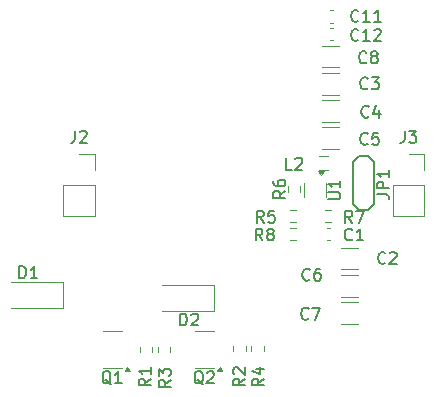
<source format=gbr>
%TF.GenerationSoftware,KiCad,Pcbnew,8.0.8*%
%TF.CreationDate,2025-03-23T22:06:23+01:00*%
%TF.ProjectId,raumtemp_relay,7261756d-7465-46d7-905f-72656c61792e,rev?*%
%TF.SameCoordinates,Original*%
%TF.FileFunction,Legend,Top*%
%TF.FilePolarity,Positive*%
%FSLAX46Y46*%
G04 Gerber Fmt 4.6, Leading zero omitted, Abs format (unit mm)*
G04 Created by KiCad (PCBNEW 8.0.8) date 2025-03-23 22:06:23*
%MOMM*%
%LPD*%
G01*
G04 APERTURE LIST*
%ADD10C,0.150000*%
%ADD11C,0.120000*%
G04 APERTURE END LIST*
D10*
X146179819Y-106146666D02*
X145703628Y-106479999D01*
X146179819Y-106718094D02*
X145179819Y-106718094D01*
X145179819Y-106718094D02*
X145179819Y-106337142D01*
X145179819Y-106337142D02*
X145227438Y-106241904D01*
X145227438Y-106241904D02*
X145275057Y-106194285D01*
X145275057Y-106194285D02*
X145370295Y-106146666D01*
X145370295Y-106146666D02*
X145513152Y-106146666D01*
X145513152Y-106146666D02*
X145608390Y-106194285D01*
X145608390Y-106194285D02*
X145656009Y-106241904D01*
X145656009Y-106241904D02*
X145703628Y-106337142D01*
X145703628Y-106337142D02*
X145703628Y-106718094D01*
X145513152Y-105289523D02*
X146179819Y-105289523D01*
X145132200Y-105527618D02*
X145846485Y-105765713D01*
X145846485Y-105765713D02*
X145846485Y-105146666D01*
X155779819Y-90513333D02*
X156494104Y-90513333D01*
X156494104Y-90513333D02*
X156636961Y-90560952D01*
X156636961Y-90560952D02*
X156732200Y-90656190D01*
X156732200Y-90656190D02*
X156779819Y-90799047D01*
X156779819Y-90799047D02*
X156779819Y-90894285D01*
X156779819Y-90037142D02*
X155779819Y-90037142D01*
X155779819Y-90037142D02*
X155779819Y-89656190D01*
X155779819Y-89656190D02*
X155827438Y-89560952D01*
X155827438Y-89560952D02*
X155875057Y-89513333D01*
X155875057Y-89513333D02*
X155970295Y-89465714D01*
X155970295Y-89465714D02*
X156113152Y-89465714D01*
X156113152Y-89465714D02*
X156208390Y-89513333D01*
X156208390Y-89513333D02*
X156256009Y-89560952D01*
X156256009Y-89560952D02*
X156303628Y-89656190D01*
X156303628Y-89656190D02*
X156303628Y-90037142D01*
X156779819Y-88513333D02*
X156779819Y-89084761D01*
X156779819Y-88799047D02*
X155779819Y-88799047D01*
X155779819Y-88799047D02*
X155922676Y-88894285D01*
X155922676Y-88894285D02*
X156017914Y-88989523D01*
X156017914Y-88989523D02*
X156065533Y-89084761D01*
X154958333Y-81539580D02*
X154910714Y-81587200D01*
X154910714Y-81587200D02*
X154767857Y-81634819D01*
X154767857Y-81634819D02*
X154672619Y-81634819D01*
X154672619Y-81634819D02*
X154529762Y-81587200D01*
X154529762Y-81587200D02*
X154434524Y-81491961D01*
X154434524Y-81491961D02*
X154386905Y-81396723D01*
X154386905Y-81396723D02*
X154339286Y-81206247D01*
X154339286Y-81206247D02*
X154339286Y-81063390D01*
X154339286Y-81063390D02*
X154386905Y-80872914D01*
X154386905Y-80872914D02*
X154434524Y-80777676D01*
X154434524Y-80777676D02*
X154529762Y-80682438D01*
X154529762Y-80682438D02*
X154672619Y-80634819D01*
X154672619Y-80634819D02*
X154767857Y-80634819D01*
X154767857Y-80634819D02*
X154910714Y-80682438D01*
X154910714Y-80682438D02*
X154958333Y-80730057D01*
X155291667Y-80634819D02*
X155910714Y-80634819D01*
X155910714Y-80634819D02*
X155577381Y-81015771D01*
X155577381Y-81015771D02*
X155720238Y-81015771D01*
X155720238Y-81015771D02*
X155815476Y-81063390D01*
X155815476Y-81063390D02*
X155863095Y-81111009D01*
X155863095Y-81111009D02*
X155910714Y-81206247D01*
X155910714Y-81206247D02*
X155910714Y-81444342D01*
X155910714Y-81444342D02*
X155863095Y-81539580D01*
X155863095Y-81539580D02*
X155815476Y-81587200D01*
X155815476Y-81587200D02*
X155720238Y-81634819D01*
X155720238Y-81634819D02*
X155434524Y-81634819D01*
X155434524Y-81634819D02*
X155339286Y-81587200D01*
X155339286Y-81587200D02*
X155291667Y-81539580D01*
X141029761Y-106630057D02*
X140934523Y-106582438D01*
X140934523Y-106582438D02*
X140839285Y-106487200D01*
X140839285Y-106487200D02*
X140696428Y-106344342D01*
X140696428Y-106344342D02*
X140601190Y-106296723D01*
X140601190Y-106296723D02*
X140505952Y-106296723D01*
X140553571Y-106534819D02*
X140458333Y-106487200D01*
X140458333Y-106487200D02*
X140363095Y-106391961D01*
X140363095Y-106391961D02*
X140315476Y-106201485D01*
X140315476Y-106201485D02*
X140315476Y-105868152D01*
X140315476Y-105868152D02*
X140363095Y-105677676D01*
X140363095Y-105677676D02*
X140458333Y-105582438D01*
X140458333Y-105582438D02*
X140553571Y-105534819D01*
X140553571Y-105534819D02*
X140744047Y-105534819D01*
X140744047Y-105534819D02*
X140839285Y-105582438D01*
X140839285Y-105582438D02*
X140934523Y-105677676D01*
X140934523Y-105677676D02*
X140982142Y-105868152D01*
X140982142Y-105868152D02*
X140982142Y-106201485D01*
X140982142Y-106201485D02*
X140934523Y-106391961D01*
X140934523Y-106391961D02*
X140839285Y-106487200D01*
X140839285Y-106487200D02*
X140744047Y-106534819D01*
X140744047Y-106534819D02*
X140553571Y-106534819D01*
X141363095Y-105630057D02*
X141410714Y-105582438D01*
X141410714Y-105582438D02*
X141505952Y-105534819D01*
X141505952Y-105534819D02*
X141744047Y-105534819D01*
X141744047Y-105534819D02*
X141839285Y-105582438D01*
X141839285Y-105582438D02*
X141886904Y-105630057D01*
X141886904Y-105630057D02*
X141934523Y-105725295D01*
X141934523Y-105725295D02*
X141934523Y-105820533D01*
X141934523Y-105820533D02*
X141886904Y-105963390D01*
X141886904Y-105963390D02*
X141315476Y-106534819D01*
X141315476Y-106534819D02*
X141934523Y-106534819D01*
X156458333Y-96339580D02*
X156410714Y-96387200D01*
X156410714Y-96387200D02*
X156267857Y-96434819D01*
X156267857Y-96434819D02*
X156172619Y-96434819D01*
X156172619Y-96434819D02*
X156029762Y-96387200D01*
X156029762Y-96387200D02*
X155934524Y-96291961D01*
X155934524Y-96291961D02*
X155886905Y-96196723D01*
X155886905Y-96196723D02*
X155839286Y-96006247D01*
X155839286Y-96006247D02*
X155839286Y-95863390D01*
X155839286Y-95863390D02*
X155886905Y-95672914D01*
X155886905Y-95672914D02*
X155934524Y-95577676D01*
X155934524Y-95577676D02*
X156029762Y-95482438D01*
X156029762Y-95482438D02*
X156172619Y-95434819D01*
X156172619Y-95434819D02*
X156267857Y-95434819D01*
X156267857Y-95434819D02*
X156410714Y-95482438D01*
X156410714Y-95482438D02*
X156458333Y-95530057D01*
X156839286Y-95530057D02*
X156886905Y-95482438D01*
X156886905Y-95482438D02*
X156982143Y-95434819D01*
X156982143Y-95434819D02*
X157220238Y-95434819D01*
X157220238Y-95434819D02*
X157315476Y-95482438D01*
X157315476Y-95482438D02*
X157363095Y-95530057D01*
X157363095Y-95530057D02*
X157410714Y-95625295D01*
X157410714Y-95625295D02*
X157410714Y-95720533D01*
X157410714Y-95720533D02*
X157363095Y-95863390D01*
X157363095Y-95863390D02*
X156791667Y-96434819D01*
X156791667Y-96434819D02*
X157410714Y-96434819D01*
X151629819Y-90941904D02*
X152439342Y-90941904D01*
X152439342Y-90941904D02*
X152534580Y-90894285D01*
X152534580Y-90894285D02*
X152582200Y-90846666D01*
X152582200Y-90846666D02*
X152629819Y-90751428D01*
X152629819Y-90751428D02*
X152629819Y-90560952D01*
X152629819Y-90560952D02*
X152582200Y-90465714D01*
X152582200Y-90465714D02*
X152534580Y-90418095D01*
X152534580Y-90418095D02*
X152439342Y-90370476D01*
X152439342Y-90370476D02*
X151629819Y-90370476D01*
X152629819Y-89370476D02*
X152629819Y-89941904D01*
X152629819Y-89656190D02*
X151629819Y-89656190D01*
X151629819Y-89656190D02*
X151772676Y-89751428D01*
X151772676Y-89751428D02*
X151867914Y-89846666D01*
X151867914Y-89846666D02*
X151915533Y-89941904D01*
X153658333Y-94339580D02*
X153610714Y-94387200D01*
X153610714Y-94387200D02*
X153467857Y-94434819D01*
X153467857Y-94434819D02*
X153372619Y-94434819D01*
X153372619Y-94434819D02*
X153229762Y-94387200D01*
X153229762Y-94387200D02*
X153134524Y-94291961D01*
X153134524Y-94291961D02*
X153086905Y-94196723D01*
X153086905Y-94196723D02*
X153039286Y-94006247D01*
X153039286Y-94006247D02*
X153039286Y-93863390D01*
X153039286Y-93863390D02*
X153086905Y-93672914D01*
X153086905Y-93672914D02*
X153134524Y-93577676D01*
X153134524Y-93577676D02*
X153229762Y-93482438D01*
X153229762Y-93482438D02*
X153372619Y-93434819D01*
X153372619Y-93434819D02*
X153467857Y-93434819D01*
X153467857Y-93434819D02*
X153610714Y-93482438D01*
X153610714Y-93482438D02*
X153658333Y-93530057D01*
X154610714Y-94434819D02*
X154039286Y-94434819D01*
X154325000Y-94434819D02*
X154325000Y-93434819D01*
X154325000Y-93434819D02*
X154229762Y-93577676D01*
X154229762Y-93577676D02*
X154134524Y-93672914D01*
X154134524Y-93672914D02*
X154039286Y-93720533D01*
X148558333Y-88434819D02*
X148082143Y-88434819D01*
X148082143Y-88434819D02*
X148082143Y-87434819D01*
X148844048Y-87530057D02*
X148891667Y-87482438D01*
X148891667Y-87482438D02*
X148986905Y-87434819D01*
X148986905Y-87434819D02*
X149225000Y-87434819D01*
X149225000Y-87434819D02*
X149320238Y-87482438D01*
X149320238Y-87482438D02*
X149367857Y-87530057D01*
X149367857Y-87530057D02*
X149415476Y-87625295D01*
X149415476Y-87625295D02*
X149415476Y-87720533D01*
X149415476Y-87720533D02*
X149367857Y-87863390D01*
X149367857Y-87863390D02*
X148796429Y-88434819D01*
X148796429Y-88434819D02*
X149415476Y-88434819D01*
X144579819Y-106146666D02*
X144103628Y-106479999D01*
X144579819Y-106718094D02*
X143579819Y-106718094D01*
X143579819Y-106718094D02*
X143579819Y-106337142D01*
X143579819Y-106337142D02*
X143627438Y-106241904D01*
X143627438Y-106241904D02*
X143675057Y-106194285D01*
X143675057Y-106194285D02*
X143770295Y-106146666D01*
X143770295Y-106146666D02*
X143913152Y-106146666D01*
X143913152Y-106146666D02*
X144008390Y-106194285D01*
X144008390Y-106194285D02*
X144056009Y-106241904D01*
X144056009Y-106241904D02*
X144103628Y-106337142D01*
X144103628Y-106337142D02*
X144103628Y-106718094D01*
X143675057Y-105765713D02*
X143627438Y-105718094D01*
X143627438Y-105718094D02*
X143579819Y-105622856D01*
X143579819Y-105622856D02*
X143579819Y-105384761D01*
X143579819Y-105384761D02*
X143627438Y-105289523D01*
X143627438Y-105289523D02*
X143675057Y-105241904D01*
X143675057Y-105241904D02*
X143770295Y-105194285D01*
X143770295Y-105194285D02*
X143865533Y-105194285D01*
X143865533Y-105194285D02*
X144008390Y-105241904D01*
X144008390Y-105241904D02*
X144579819Y-105813332D01*
X144579819Y-105813332D02*
X144579819Y-105194285D01*
X154182142Y-75839580D02*
X154134523Y-75887200D01*
X154134523Y-75887200D02*
X153991666Y-75934819D01*
X153991666Y-75934819D02*
X153896428Y-75934819D01*
X153896428Y-75934819D02*
X153753571Y-75887200D01*
X153753571Y-75887200D02*
X153658333Y-75791961D01*
X153658333Y-75791961D02*
X153610714Y-75696723D01*
X153610714Y-75696723D02*
X153563095Y-75506247D01*
X153563095Y-75506247D02*
X153563095Y-75363390D01*
X153563095Y-75363390D02*
X153610714Y-75172914D01*
X153610714Y-75172914D02*
X153658333Y-75077676D01*
X153658333Y-75077676D02*
X153753571Y-74982438D01*
X153753571Y-74982438D02*
X153896428Y-74934819D01*
X153896428Y-74934819D02*
X153991666Y-74934819D01*
X153991666Y-74934819D02*
X154134523Y-74982438D01*
X154134523Y-74982438D02*
X154182142Y-75030057D01*
X155134523Y-75934819D02*
X154563095Y-75934819D01*
X154848809Y-75934819D02*
X154848809Y-74934819D01*
X154848809Y-74934819D02*
X154753571Y-75077676D01*
X154753571Y-75077676D02*
X154658333Y-75172914D01*
X154658333Y-75172914D02*
X154563095Y-75220533D01*
X156086904Y-75934819D02*
X155515476Y-75934819D01*
X155801190Y-75934819D02*
X155801190Y-74934819D01*
X155801190Y-74934819D02*
X155705952Y-75077676D01*
X155705952Y-75077676D02*
X155610714Y-75172914D01*
X155610714Y-75172914D02*
X155515476Y-75220533D01*
X153658333Y-92934819D02*
X153325000Y-92458628D01*
X153086905Y-92934819D02*
X153086905Y-91934819D01*
X153086905Y-91934819D02*
X153467857Y-91934819D01*
X153467857Y-91934819D02*
X153563095Y-91982438D01*
X153563095Y-91982438D02*
X153610714Y-92030057D01*
X153610714Y-92030057D02*
X153658333Y-92125295D01*
X153658333Y-92125295D02*
X153658333Y-92268152D01*
X153658333Y-92268152D02*
X153610714Y-92363390D01*
X153610714Y-92363390D02*
X153563095Y-92411009D01*
X153563095Y-92411009D02*
X153467857Y-92458628D01*
X153467857Y-92458628D02*
X153086905Y-92458628D01*
X153991667Y-91934819D02*
X154658333Y-91934819D01*
X154658333Y-91934819D02*
X154229762Y-92934819D01*
X147979819Y-90246666D02*
X147503628Y-90579999D01*
X147979819Y-90818094D02*
X146979819Y-90818094D01*
X146979819Y-90818094D02*
X146979819Y-90437142D01*
X146979819Y-90437142D02*
X147027438Y-90341904D01*
X147027438Y-90341904D02*
X147075057Y-90294285D01*
X147075057Y-90294285D02*
X147170295Y-90246666D01*
X147170295Y-90246666D02*
X147313152Y-90246666D01*
X147313152Y-90246666D02*
X147408390Y-90294285D01*
X147408390Y-90294285D02*
X147456009Y-90341904D01*
X147456009Y-90341904D02*
X147503628Y-90437142D01*
X147503628Y-90437142D02*
X147503628Y-90818094D01*
X146979819Y-89389523D02*
X146979819Y-89579999D01*
X146979819Y-89579999D02*
X147027438Y-89675237D01*
X147027438Y-89675237D02*
X147075057Y-89722856D01*
X147075057Y-89722856D02*
X147217914Y-89818094D01*
X147217914Y-89818094D02*
X147408390Y-89865713D01*
X147408390Y-89865713D02*
X147789342Y-89865713D01*
X147789342Y-89865713D02*
X147884580Y-89818094D01*
X147884580Y-89818094D02*
X147932200Y-89770475D01*
X147932200Y-89770475D02*
X147979819Y-89675237D01*
X147979819Y-89675237D02*
X147979819Y-89484761D01*
X147979819Y-89484761D02*
X147932200Y-89389523D01*
X147932200Y-89389523D02*
X147884580Y-89341904D01*
X147884580Y-89341904D02*
X147789342Y-89294285D01*
X147789342Y-89294285D02*
X147551247Y-89294285D01*
X147551247Y-89294285D02*
X147456009Y-89341904D01*
X147456009Y-89341904D02*
X147408390Y-89389523D01*
X147408390Y-89389523D02*
X147360771Y-89484761D01*
X147360771Y-89484761D02*
X147360771Y-89675237D01*
X147360771Y-89675237D02*
X147408390Y-89770475D01*
X147408390Y-89770475D02*
X147456009Y-89818094D01*
X147456009Y-89818094D02*
X147551247Y-89865713D01*
X139086905Y-101634819D02*
X139086905Y-100634819D01*
X139086905Y-100634819D02*
X139325000Y-100634819D01*
X139325000Y-100634819D02*
X139467857Y-100682438D01*
X139467857Y-100682438D02*
X139563095Y-100777676D01*
X139563095Y-100777676D02*
X139610714Y-100872914D01*
X139610714Y-100872914D02*
X139658333Y-101063390D01*
X139658333Y-101063390D02*
X139658333Y-101206247D01*
X139658333Y-101206247D02*
X139610714Y-101396723D01*
X139610714Y-101396723D02*
X139563095Y-101491961D01*
X139563095Y-101491961D02*
X139467857Y-101587200D01*
X139467857Y-101587200D02*
X139325000Y-101634819D01*
X139325000Y-101634819D02*
X139086905Y-101634819D01*
X140039286Y-100730057D02*
X140086905Y-100682438D01*
X140086905Y-100682438D02*
X140182143Y-100634819D01*
X140182143Y-100634819D02*
X140420238Y-100634819D01*
X140420238Y-100634819D02*
X140515476Y-100682438D01*
X140515476Y-100682438D02*
X140563095Y-100730057D01*
X140563095Y-100730057D02*
X140610714Y-100825295D01*
X140610714Y-100825295D02*
X140610714Y-100920533D01*
X140610714Y-100920533D02*
X140563095Y-101063390D01*
X140563095Y-101063390D02*
X139991667Y-101634819D01*
X139991667Y-101634819D02*
X140610714Y-101634819D01*
X150058333Y-97739580D02*
X150010714Y-97787200D01*
X150010714Y-97787200D02*
X149867857Y-97834819D01*
X149867857Y-97834819D02*
X149772619Y-97834819D01*
X149772619Y-97834819D02*
X149629762Y-97787200D01*
X149629762Y-97787200D02*
X149534524Y-97691961D01*
X149534524Y-97691961D02*
X149486905Y-97596723D01*
X149486905Y-97596723D02*
X149439286Y-97406247D01*
X149439286Y-97406247D02*
X149439286Y-97263390D01*
X149439286Y-97263390D02*
X149486905Y-97072914D01*
X149486905Y-97072914D02*
X149534524Y-96977676D01*
X149534524Y-96977676D02*
X149629762Y-96882438D01*
X149629762Y-96882438D02*
X149772619Y-96834819D01*
X149772619Y-96834819D02*
X149867857Y-96834819D01*
X149867857Y-96834819D02*
X150010714Y-96882438D01*
X150010714Y-96882438D02*
X150058333Y-96930057D01*
X150915476Y-96834819D02*
X150725000Y-96834819D01*
X150725000Y-96834819D02*
X150629762Y-96882438D01*
X150629762Y-96882438D02*
X150582143Y-96930057D01*
X150582143Y-96930057D02*
X150486905Y-97072914D01*
X150486905Y-97072914D02*
X150439286Y-97263390D01*
X150439286Y-97263390D02*
X150439286Y-97644342D01*
X150439286Y-97644342D02*
X150486905Y-97739580D01*
X150486905Y-97739580D02*
X150534524Y-97787200D01*
X150534524Y-97787200D02*
X150629762Y-97834819D01*
X150629762Y-97834819D02*
X150820238Y-97834819D01*
X150820238Y-97834819D02*
X150915476Y-97787200D01*
X150915476Y-97787200D02*
X150963095Y-97739580D01*
X150963095Y-97739580D02*
X151010714Y-97644342D01*
X151010714Y-97644342D02*
X151010714Y-97406247D01*
X151010714Y-97406247D02*
X150963095Y-97311009D01*
X150963095Y-97311009D02*
X150915476Y-97263390D01*
X150915476Y-97263390D02*
X150820238Y-97215771D01*
X150820238Y-97215771D02*
X150629762Y-97215771D01*
X150629762Y-97215771D02*
X150534524Y-97263390D01*
X150534524Y-97263390D02*
X150486905Y-97311009D01*
X150486905Y-97311009D02*
X150439286Y-97406247D01*
X125486905Y-97634819D02*
X125486905Y-96634819D01*
X125486905Y-96634819D02*
X125725000Y-96634819D01*
X125725000Y-96634819D02*
X125867857Y-96682438D01*
X125867857Y-96682438D02*
X125963095Y-96777676D01*
X125963095Y-96777676D02*
X126010714Y-96872914D01*
X126010714Y-96872914D02*
X126058333Y-97063390D01*
X126058333Y-97063390D02*
X126058333Y-97206247D01*
X126058333Y-97206247D02*
X126010714Y-97396723D01*
X126010714Y-97396723D02*
X125963095Y-97491961D01*
X125963095Y-97491961D02*
X125867857Y-97587200D01*
X125867857Y-97587200D02*
X125725000Y-97634819D01*
X125725000Y-97634819D02*
X125486905Y-97634819D01*
X127010714Y-97634819D02*
X126439286Y-97634819D01*
X126725000Y-97634819D02*
X126725000Y-96634819D01*
X126725000Y-96634819D02*
X126629762Y-96777676D01*
X126629762Y-96777676D02*
X126534524Y-96872914D01*
X126534524Y-96872914D02*
X126439286Y-96920533D01*
X136579819Y-106146666D02*
X136103628Y-106479999D01*
X136579819Y-106718094D02*
X135579819Y-106718094D01*
X135579819Y-106718094D02*
X135579819Y-106337142D01*
X135579819Y-106337142D02*
X135627438Y-106241904D01*
X135627438Y-106241904D02*
X135675057Y-106194285D01*
X135675057Y-106194285D02*
X135770295Y-106146666D01*
X135770295Y-106146666D02*
X135913152Y-106146666D01*
X135913152Y-106146666D02*
X136008390Y-106194285D01*
X136008390Y-106194285D02*
X136056009Y-106241904D01*
X136056009Y-106241904D02*
X136103628Y-106337142D01*
X136103628Y-106337142D02*
X136103628Y-106718094D01*
X136579819Y-105194285D02*
X136579819Y-105765713D01*
X136579819Y-105479999D02*
X135579819Y-105479999D01*
X135579819Y-105479999D02*
X135722676Y-105575237D01*
X135722676Y-105575237D02*
X135817914Y-105670475D01*
X135817914Y-105670475D02*
X135865533Y-105765713D01*
X155058333Y-83939580D02*
X155010714Y-83987200D01*
X155010714Y-83987200D02*
X154867857Y-84034819D01*
X154867857Y-84034819D02*
X154772619Y-84034819D01*
X154772619Y-84034819D02*
X154629762Y-83987200D01*
X154629762Y-83987200D02*
X154534524Y-83891961D01*
X154534524Y-83891961D02*
X154486905Y-83796723D01*
X154486905Y-83796723D02*
X154439286Y-83606247D01*
X154439286Y-83606247D02*
X154439286Y-83463390D01*
X154439286Y-83463390D02*
X154486905Y-83272914D01*
X154486905Y-83272914D02*
X154534524Y-83177676D01*
X154534524Y-83177676D02*
X154629762Y-83082438D01*
X154629762Y-83082438D02*
X154772619Y-83034819D01*
X154772619Y-83034819D02*
X154867857Y-83034819D01*
X154867857Y-83034819D02*
X155010714Y-83082438D01*
X155010714Y-83082438D02*
X155058333Y-83130057D01*
X155915476Y-83368152D02*
X155915476Y-84034819D01*
X155677381Y-82987200D02*
X155439286Y-83701485D01*
X155439286Y-83701485D02*
X156058333Y-83701485D01*
X146158333Y-92934819D02*
X145825000Y-92458628D01*
X145586905Y-92934819D02*
X145586905Y-91934819D01*
X145586905Y-91934819D02*
X145967857Y-91934819D01*
X145967857Y-91934819D02*
X146063095Y-91982438D01*
X146063095Y-91982438D02*
X146110714Y-92030057D01*
X146110714Y-92030057D02*
X146158333Y-92125295D01*
X146158333Y-92125295D02*
X146158333Y-92268152D01*
X146158333Y-92268152D02*
X146110714Y-92363390D01*
X146110714Y-92363390D02*
X146063095Y-92411009D01*
X146063095Y-92411009D02*
X145967857Y-92458628D01*
X145967857Y-92458628D02*
X145586905Y-92458628D01*
X147063095Y-91934819D02*
X146586905Y-91934819D01*
X146586905Y-91934819D02*
X146539286Y-92411009D01*
X146539286Y-92411009D02*
X146586905Y-92363390D01*
X146586905Y-92363390D02*
X146682143Y-92315771D01*
X146682143Y-92315771D02*
X146920238Y-92315771D01*
X146920238Y-92315771D02*
X147015476Y-92363390D01*
X147015476Y-92363390D02*
X147063095Y-92411009D01*
X147063095Y-92411009D02*
X147110714Y-92506247D01*
X147110714Y-92506247D02*
X147110714Y-92744342D01*
X147110714Y-92744342D02*
X147063095Y-92839580D01*
X147063095Y-92839580D02*
X147015476Y-92887200D01*
X147015476Y-92887200D02*
X146920238Y-92934819D01*
X146920238Y-92934819D02*
X146682143Y-92934819D01*
X146682143Y-92934819D02*
X146586905Y-92887200D01*
X146586905Y-92887200D02*
X146539286Y-92839580D01*
X158091666Y-85164819D02*
X158091666Y-85879104D01*
X158091666Y-85879104D02*
X158044047Y-86021961D01*
X158044047Y-86021961D02*
X157948809Y-86117200D01*
X157948809Y-86117200D02*
X157805952Y-86164819D01*
X157805952Y-86164819D02*
X157710714Y-86164819D01*
X158472619Y-85164819D02*
X159091666Y-85164819D01*
X159091666Y-85164819D02*
X158758333Y-85545771D01*
X158758333Y-85545771D02*
X158901190Y-85545771D01*
X158901190Y-85545771D02*
X158996428Y-85593390D01*
X158996428Y-85593390D02*
X159044047Y-85641009D01*
X159044047Y-85641009D02*
X159091666Y-85736247D01*
X159091666Y-85736247D02*
X159091666Y-85974342D01*
X159091666Y-85974342D02*
X159044047Y-86069580D01*
X159044047Y-86069580D02*
X158996428Y-86117200D01*
X158996428Y-86117200D02*
X158901190Y-86164819D01*
X158901190Y-86164819D02*
X158615476Y-86164819D01*
X158615476Y-86164819D02*
X158520238Y-86117200D01*
X158520238Y-86117200D02*
X158472619Y-86069580D01*
X154958333Y-86239580D02*
X154910714Y-86287200D01*
X154910714Y-86287200D02*
X154767857Y-86334819D01*
X154767857Y-86334819D02*
X154672619Y-86334819D01*
X154672619Y-86334819D02*
X154529762Y-86287200D01*
X154529762Y-86287200D02*
X154434524Y-86191961D01*
X154434524Y-86191961D02*
X154386905Y-86096723D01*
X154386905Y-86096723D02*
X154339286Y-85906247D01*
X154339286Y-85906247D02*
X154339286Y-85763390D01*
X154339286Y-85763390D02*
X154386905Y-85572914D01*
X154386905Y-85572914D02*
X154434524Y-85477676D01*
X154434524Y-85477676D02*
X154529762Y-85382438D01*
X154529762Y-85382438D02*
X154672619Y-85334819D01*
X154672619Y-85334819D02*
X154767857Y-85334819D01*
X154767857Y-85334819D02*
X154910714Y-85382438D01*
X154910714Y-85382438D02*
X154958333Y-85430057D01*
X155863095Y-85334819D02*
X155386905Y-85334819D01*
X155386905Y-85334819D02*
X155339286Y-85811009D01*
X155339286Y-85811009D02*
X155386905Y-85763390D01*
X155386905Y-85763390D02*
X155482143Y-85715771D01*
X155482143Y-85715771D02*
X155720238Y-85715771D01*
X155720238Y-85715771D02*
X155815476Y-85763390D01*
X155815476Y-85763390D02*
X155863095Y-85811009D01*
X155863095Y-85811009D02*
X155910714Y-85906247D01*
X155910714Y-85906247D02*
X155910714Y-86144342D01*
X155910714Y-86144342D02*
X155863095Y-86239580D01*
X155863095Y-86239580D02*
X155815476Y-86287200D01*
X155815476Y-86287200D02*
X155720238Y-86334819D01*
X155720238Y-86334819D02*
X155482143Y-86334819D01*
X155482143Y-86334819D02*
X155386905Y-86287200D01*
X155386905Y-86287200D02*
X155339286Y-86239580D01*
X154858333Y-79339580D02*
X154810714Y-79387200D01*
X154810714Y-79387200D02*
X154667857Y-79434819D01*
X154667857Y-79434819D02*
X154572619Y-79434819D01*
X154572619Y-79434819D02*
X154429762Y-79387200D01*
X154429762Y-79387200D02*
X154334524Y-79291961D01*
X154334524Y-79291961D02*
X154286905Y-79196723D01*
X154286905Y-79196723D02*
X154239286Y-79006247D01*
X154239286Y-79006247D02*
X154239286Y-78863390D01*
X154239286Y-78863390D02*
X154286905Y-78672914D01*
X154286905Y-78672914D02*
X154334524Y-78577676D01*
X154334524Y-78577676D02*
X154429762Y-78482438D01*
X154429762Y-78482438D02*
X154572619Y-78434819D01*
X154572619Y-78434819D02*
X154667857Y-78434819D01*
X154667857Y-78434819D02*
X154810714Y-78482438D01*
X154810714Y-78482438D02*
X154858333Y-78530057D01*
X155429762Y-78863390D02*
X155334524Y-78815771D01*
X155334524Y-78815771D02*
X155286905Y-78768152D01*
X155286905Y-78768152D02*
X155239286Y-78672914D01*
X155239286Y-78672914D02*
X155239286Y-78625295D01*
X155239286Y-78625295D02*
X155286905Y-78530057D01*
X155286905Y-78530057D02*
X155334524Y-78482438D01*
X155334524Y-78482438D02*
X155429762Y-78434819D01*
X155429762Y-78434819D02*
X155620238Y-78434819D01*
X155620238Y-78434819D02*
X155715476Y-78482438D01*
X155715476Y-78482438D02*
X155763095Y-78530057D01*
X155763095Y-78530057D02*
X155810714Y-78625295D01*
X155810714Y-78625295D02*
X155810714Y-78672914D01*
X155810714Y-78672914D02*
X155763095Y-78768152D01*
X155763095Y-78768152D02*
X155715476Y-78815771D01*
X155715476Y-78815771D02*
X155620238Y-78863390D01*
X155620238Y-78863390D02*
X155429762Y-78863390D01*
X155429762Y-78863390D02*
X155334524Y-78911009D01*
X155334524Y-78911009D02*
X155286905Y-78958628D01*
X155286905Y-78958628D02*
X155239286Y-79053866D01*
X155239286Y-79053866D02*
X155239286Y-79244342D01*
X155239286Y-79244342D02*
X155286905Y-79339580D01*
X155286905Y-79339580D02*
X155334524Y-79387200D01*
X155334524Y-79387200D02*
X155429762Y-79434819D01*
X155429762Y-79434819D02*
X155620238Y-79434819D01*
X155620238Y-79434819D02*
X155715476Y-79387200D01*
X155715476Y-79387200D02*
X155763095Y-79339580D01*
X155763095Y-79339580D02*
X155810714Y-79244342D01*
X155810714Y-79244342D02*
X155810714Y-79053866D01*
X155810714Y-79053866D02*
X155763095Y-78958628D01*
X155763095Y-78958628D02*
X155715476Y-78911009D01*
X155715476Y-78911009D02*
X155620238Y-78863390D01*
X146058333Y-94434819D02*
X145725000Y-93958628D01*
X145486905Y-94434819D02*
X145486905Y-93434819D01*
X145486905Y-93434819D02*
X145867857Y-93434819D01*
X145867857Y-93434819D02*
X145963095Y-93482438D01*
X145963095Y-93482438D02*
X146010714Y-93530057D01*
X146010714Y-93530057D02*
X146058333Y-93625295D01*
X146058333Y-93625295D02*
X146058333Y-93768152D01*
X146058333Y-93768152D02*
X146010714Y-93863390D01*
X146010714Y-93863390D02*
X145963095Y-93911009D01*
X145963095Y-93911009D02*
X145867857Y-93958628D01*
X145867857Y-93958628D02*
X145486905Y-93958628D01*
X146629762Y-93863390D02*
X146534524Y-93815771D01*
X146534524Y-93815771D02*
X146486905Y-93768152D01*
X146486905Y-93768152D02*
X146439286Y-93672914D01*
X146439286Y-93672914D02*
X146439286Y-93625295D01*
X146439286Y-93625295D02*
X146486905Y-93530057D01*
X146486905Y-93530057D02*
X146534524Y-93482438D01*
X146534524Y-93482438D02*
X146629762Y-93434819D01*
X146629762Y-93434819D02*
X146820238Y-93434819D01*
X146820238Y-93434819D02*
X146915476Y-93482438D01*
X146915476Y-93482438D02*
X146963095Y-93530057D01*
X146963095Y-93530057D02*
X147010714Y-93625295D01*
X147010714Y-93625295D02*
X147010714Y-93672914D01*
X147010714Y-93672914D02*
X146963095Y-93768152D01*
X146963095Y-93768152D02*
X146915476Y-93815771D01*
X146915476Y-93815771D02*
X146820238Y-93863390D01*
X146820238Y-93863390D02*
X146629762Y-93863390D01*
X146629762Y-93863390D02*
X146534524Y-93911009D01*
X146534524Y-93911009D02*
X146486905Y-93958628D01*
X146486905Y-93958628D02*
X146439286Y-94053866D01*
X146439286Y-94053866D02*
X146439286Y-94244342D01*
X146439286Y-94244342D02*
X146486905Y-94339580D01*
X146486905Y-94339580D02*
X146534524Y-94387200D01*
X146534524Y-94387200D02*
X146629762Y-94434819D01*
X146629762Y-94434819D02*
X146820238Y-94434819D01*
X146820238Y-94434819D02*
X146915476Y-94387200D01*
X146915476Y-94387200D02*
X146963095Y-94339580D01*
X146963095Y-94339580D02*
X147010714Y-94244342D01*
X147010714Y-94244342D02*
X147010714Y-94053866D01*
X147010714Y-94053866D02*
X146963095Y-93958628D01*
X146963095Y-93958628D02*
X146915476Y-93911009D01*
X146915476Y-93911009D02*
X146820238Y-93863390D01*
X130191322Y-85164819D02*
X130191322Y-85879104D01*
X130191322Y-85879104D02*
X130143703Y-86021961D01*
X130143703Y-86021961D02*
X130048465Y-86117200D01*
X130048465Y-86117200D02*
X129905608Y-86164819D01*
X129905608Y-86164819D02*
X129810370Y-86164819D01*
X130619894Y-85260057D02*
X130667513Y-85212438D01*
X130667513Y-85212438D02*
X130762751Y-85164819D01*
X130762751Y-85164819D02*
X131000846Y-85164819D01*
X131000846Y-85164819D02*
X131096084Y-85212438D01*
X131096084Y-85212438D02*
X131143703Y-85260057D01*
X131143703Y-85260057D02*
X131191322Y-85355295D01*
X131191322Y-85355295D02*
X131191322Y-85450533D01*
X131191322Y-85450533D02*
X131143703Y-85593390D01*
X131143703Y-85593390D02*
X130572275Y-86164819D01*
X130572275Y-86164819D02*
X131191322Y-86164819D01*
X154182142Y-77439580D02*
X154134523Y-77487200D01*
X154134523Y-77487200D02*
X153991666Y-77534819D01*
X153991666Y-77534819D02*
X153896428Y-77534819D01*
X153896428Y-77534819D02*
X153753571Y-77487200D01*
X153753571Y-77487200D02*
X153658333Y-77391961D01*
X153658333Y-77391961D02*
X153610714Y-77296723D01*
X153610714Y-77296723D02*
X153563095Y-77106247D01*
X153563095Y-77106247D02*
X153563095Y-76963390D01*
X153563095Y-76963390D02*
X153610714Y-76772914D01*
X153610714Y-76772914D02*
X153658333Y-76677676D01*
X153658333Y-76677676D02*
X153753571Y-76582438D01*
X153753571Y-76582438D02*
X153896428Y-76534819D01*
X153896428Y-76534819D02*
X153991666Y-76534819D01*
X153991666Y-76534819D02*
X154134523Y-76582438D01*
X154134523Y-76582438D02*
X154182142Y-76630057D01*
X155134523Y-77534819D02*
X154563095Y-77534819D01*
X154848809Y-77534819D02*
X154848809Y-76534819D01*
X154848809Y-76534819D02*
X154753571Y-76677676D01*
X154753571Y-76677676D02*
X154658333Y-76772914D01*
X154658333Y-76772914D02*
X154563095Y-76820533D01*
X155515476Y-76630057D02*
X155563095Y-76582438D01*
X155563095Y-76582438D02*
X155658333Y-76534819D01*
X155658333Y-76534819D02*
X155896428Y-76534819D01*
X155896428Y-76534819D02*
X155991666Y-76582438D01*
X155991666Y-76582438D02*
X156039285Y-76630057D01*
X156039285Y-76630057D02*
X156086904Y-76725295D01*
X156086904Y-76725295D02*
X156086904Y-76820533D01*
X156086904Y-76820533D02*
X156039285Y-76963390D01*
X156039285Y-76963390D02*
X155467857Y-77534819D01*
X155467857Y-77534819D02*
X156086904Y-77534819D01*
X149958333Y-101039580D02*
X149910714Y-101087200D01*
X149910714Y-101087200D02*
X149767857Y-101134819D01*
X149767857Y-101134819D02*
X149672619Y-101134819D01*
X149672619Y-101134819D02*
X149529762Y-101087200D01*
X149529762Y-101087200D02*
X149434524Y-100991961D01*
X149434524Y-100991961D02*
X149386905Y-100896723D01*
X149386905Y-100896723D02*
X149339286Y-100706247D01*
X149339286Y-100706247D02*
X149339286Y-100563390D01*
X149339286Y-100563390D02*
X149386905Y-100372914D01*
X149386905Y-100372914D02*
X149434524Y-100277676D01*
X149434524Y-100277676D02*
X149529762Y-100182438D01*
X149529762Y-100182438D02*
X149672619Y-100134819D01*
X149672619Y-100134819D02*
X149767857Y-100134819D01*
X149767857Y-100134819D02*
X149910714Y-100182438D01*
X149910714Y-100182438D02*
X149958333Y-100230057D01*
X150291667Y-100134819D02*
X150958333Y-100134819D01*
X150958333Y-100134819D02*
X150529762Y-101134819D01*
X133229761Y-106630057D02*
X133134523Y-106582438D01*
X133134523Y-106582438D02*
X133039285Y-106487200D01*
X133039285Y-106487200D02*
X132896428Y-106344342D01*
X132896428Y-106344342D02*
X132801190Y-106296723D01*
X132801190Y-106296723D02*
X132705952Y-106296723D01*
X132753571Y-106534819D02*
X132658333Y-106487200D01*
X132658333Y-106487200D02*
X132563095Y-106391961D01*
X132563095Y-106391961D02*
X132515476Y-106201485D01*
X132515476Y-106201485D02*
X132515476Y-105868152D01*
X132515476Y-105868152D02*
X132563095Y-105677676D01*
X132563095Y-105677676D02*
X132658333Y-105582438D01*
X132658333Y-105582438D02*
X132753571Y-105534819D01*
X132753571Y-105534819D02*
X132944047Y-105534819D01*
X132944047Y-105534819D02*
X133039285Y-105582438D01*
X133039285Y-105582438D02*
X133134523Y-105677676D01*
X133134523Y-105677676D02*
X133182142Y-105868152D01*
X133182142Y-105868152D02*
X133182142Y-106201485D01*
X133182142Y-106201485D02*
X133134523Y-106391961D01*
X133134523Y-106391961D02*
X133039285Y-106487200D01*
X133039285Y-106487200D02*
X132944047Y-106534819D01*
X132944047Y-106534819D02*
X132753571Y-106534819D01*
X134134523Y-106534819D02*
X133563095Y-106534819D01*
X133848809Y-106534819D02*
X133848809Y-105534819D01*
X133848809Y-105534819D02*
X133753571Y-105677676D01*
X133753571Y-105677676D02*
X133658333Y-105772914D01*
X133658333Y-105772914D02*
X133563095Y-105820533D01*
X138279819Y-106246666D02*
X137803628Y-106579999D01*
X138279819Y-106818094D02*
X137279819Y-106818094D01*
X137279819Y-106818094D02*
X137279819Y-106437142D01*
X137279819Y-106437142D02*
X137327438Y-106341904D01*
X137327438Y-106341904D02*
X137375057Y-106294285D01*
X137375057Y-106294285D02*
X137470295Y-106246666D01*
X137470295Y-106246666D02*
X137613152Y-106246666D01*
X137613152Y-106246666D02*
X137708390Y-106294285D01*
X137708390Y-106294285D02*
X137756009Y-106341904D01*
X137756009Y-106341904D02*
X137803628Y-106437142D01*
X137803628Y-106437142D02*
X137803628Y-106818094D01*
X137279819Y-105913332D02*
X137279819Y-105294285D01*
X137279819Y-105294285D02*
X137660771Y-105627618D01*
X137660771Y-105627618D02*
X137660771Y-105484761D01*
X137660771Y-105484761D02*
X137708390Y-105389523D01*
X137708390Y-105389523D02*
X137756009Y-105341904D01*
X137756009Y-105341904D02*
X137851247Y-105294285D01*
X137851247Y-105294285D02*
X138089342Y-105294285D01*
X138089342Y-105294285D02*
X138184580Y-105341904D01*
X138184580Y-105341904D02*
X138232200Y-105389523D01*
X138232200Y-105389523D02*
X138279819Y-105484761D01*
X138279819Y-105484761D02*
X138279819Y-105770475D01*
X138279819Y-105770475D02*
X138232200Y-105865713D01*
X138232200Y-105865713D02*
X138184580Y-105913332D01*
D11*
%TO.C,R4*%
X145102500Y-103342742D02*
X145102500Y-103817258D01*
X146147500Y-103342742D02*
X146147500Y-103817258D01*
D10*
%TO.C,JP1*%
X153725000Y-87760000D02*
X154225000Y-87260000D01*
X153725000Y-91360000D02*
X153725000Y-87760000D01*
X154225000Y-87260000D02*
X155025000Y-87260000D01*
X154225000Y-91860000D02*
X153725000Y-91360000D01*
X155025000Y-87260000D02*
X155525000Y-87760000D01*
X155025000Y-91860000D02*
X154225000Y-91860000D01*
X155525000Y-87760000D02*
X155525000Y-91360000D01*
X155525000Y-91360000D02*
X155025000Y-91860000D01*
D11*
%TO.C,C3*%
X152536252Y-80270000D02*
X151113748Y-80270000D01*
X152536252Y-82090000D02*
X151113748Y-82090000D01*
%TO.C,Q2*%
X141125000Y-102120000D02*
X140325000Y-102120000D01*
X141125000Y-102120000D02*
X141925000Y-102120000D01*
X141125000Y-105240000D02*
X140325000Y-105240000D01*
X141125000Y-105240000D02*
X141925000Y-105240000D01*
X142665000Y-105520000D02*
X142185000Y-105520000D01*
X142425000Y-105190000D01*
X142665000Y-105520000D01*
G36*
X142665000Y-105520000D02*
G01*
X142185000Y-105520000D01*
X142425000Y-105190000D01*
X142665000Y-105520000D01*
G37*
%TO.C,C2*%
X154136252Y-95070000D02*
X152713748Y-95070000D01*
X154136252Y-96890000D02*
X152713748Y-96890000D01*
%TO.C,U1*%
X149590000Y-90180000D02*
X149590000Y-89580000D01*
X149590000Y-90180000D02*
X149590000Y-90780000D01*
X151460000Y-90180000D02*
X151460000Y-89580000D01*
X151460000Y-90180000D02*
X151460000Y-90780000D01*
X151025000Y-88870000D02*
X150785000Y-88540000D01*
X151265000Y-88540000D01*
X151025000Y-88870000D01*
G36*
X151025000Y-88870000D02*
G01*
X150785000Y-88540000D01*
X151265000Y-88540000D01*
X151025000Y-88870000D01*
G37*
%TO.C,C1*%
X151765580Y-93370000D02*
X151484420Y-93370000D01*
X151765580Y-94390000D02*
X151484420Y-94390000D01*
%TO.C,L2*%
X150825378Y-87320000D02*
X151624622Y-87320000D01*
X150825378Y-88440000D02*
X151624622Y-88440000D01*
%TO.C,R2*%
X143602500Y-103817258D02*
X143602500Y-103342742D01*
X144647500Y-103817258D02*
X144647500Y-103342742D01*
%TO.C,C11*%
X152065580Y-74970000D02*
X151784420Y-74970000D01*
X152065580Y-75990000D02*
X151784420Y-75990000D01*
%TO.C,R7*%
X151862258Y-91857500D02*
X151387742Y-91857500D01*
X151862258Y-92902500D02*
X151387742Y-92902500D01*
%TO.C,R6*%
X148202500Y-89842742D02*
X148202500Y-90317258D01*
X149247500Y-89842742D02*
X149247500Y-90317258D01*
%TO.C,D2*%
X137575000Y-100390000D02*
X141985000Y-100390000D01*
X141985000Y-98170000D02*
X137575000Y-98170000D01*
X141985000Y-100390000D02*
X141985000Y-98170000D01*
%TO.C,C6*%
X154136252Y-97370000D02*
X152713748Y-97370000D01*
X154136252Y-99190000D02*
X152713748Y-99190000D01*
%TO.C,D1*%
X124775000Y-100190000D02*
X129185000Y-100190000D01*
X129185000Y-97970000D02*
X124775000Y-97970000D01*
X129185000Y-100190000D02*
X129185000Y-97970000D01*
%TO.C,R1*%
X135702500Y-103917258D02*
X135702500Y-103442742D01*
X136747500Y-103917258D02*
X136747500Y-103442742D01*
%TO.C,C4*%
X152536252Y-82570000D02*
X151113748Y-82570000D01*
X152536252Y-84390000D02*
X151113748Y-84390000D01*
%TO.C,R5*%
X148862258Y-91857500D02*
X148387742Y-91857500D01*
X148862258Y-92902500D02*
X148387742Y-92902500D01*
%TO.C,J3*%
X157095000Y-89750000D02*
X157095000Y-92350000D01*
X157095000Y-89750000D02*
X159755000Y-89750000D01*
X157095000Y-92350000D02*
X159755000Y-92350000D01*
X158425000Y-87150000D02*
X159755000Y-87150000D01*
X159755000Y-87150000D02*
X159755000Y-88480000D01*
X159755000Y-89750000D02*
X159755000Y-92350000D01*
%TO.C,C5*%
X152536252Y-84870000D02*
X151113748Y-84870000D01*
X152536252Y-86690000D02*
X151113748Y-86690000D01*
%TO.C,C8*%
X152536252Y-77970000D02*
X151113748Y-77970000D01*
X152536252Y-79790000D02*
X151113748Y-79790000D01*
%TO.C,R8*%
X148862258Y-93357500D02*
X148387742Y-93357500D01*
X148862258Y-94402500D02*
X148387742Y-94402500D01*
%TO.C,J2*%
X129194656Y-89750000D02*
X129194656Y-92350000D01*
X129194656Y-89750000D02*
X131854656Y-89750000D01*
X129194656Y-92350000D02*
X131854656Y-92350000D01*
X130524656Y-87150000D02*
X131854656Y-87150000D01*
X131854656Y-87150000D02*
X131854656Y-88480000D01*
X131854656Y-89750000D02*
X131854656Y-92350000D01*
%TO.C,C12*%
X152065580Y-76470000D02*
X151784420Y-76470000D01*
X152065580Y-77490000D02*
X151784420Y-77490000D01*
%TO.C,C7*%
X154136252Y-99670000D02*
X152713748Y-99670000D01*
X154136252Y-101490000D02*
X152713748Y-101490000D01*
%TO.C,Q1*%
X133325000Y-102120000D02*
X132525000Y-102120000D01*
X133325000Y-102120000D02*
X134125000Y-102120000D01*
X133325000Y-105240000D02*
X132525000Y-105240000D01*
X133325000Y-105240000D02*
X134125000Y-105240000D01*
X134865000Y-105520000D02*
X134385000Y-105520000D01*
X134625000Y-105190000D01*
X134865000Y-105520000D01*
G36*
X134865000Y-105520000D02*
G01*
X134385000Y-105520000D01*
X134625000Y-105190000D01*
X134865000Y-105520000D01*
G37*
%TO.C,R3*%
X137202500Y-103442742D02*
X137202500Y-103917258D01*
X138247500Y-103442742D02*
X138247500Y-103917258D01*
%TD*%
M02*

</source>
